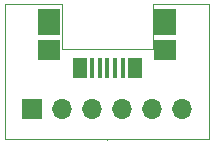
<source format=gbs>
G04 #@! TF.FileFunction,Soldermask,Bot*
%FSLAX46Y46*%
G04 Gerber Fmt 4.6, Leading zero omitted, Abs format (unit mm)*
G04 Created by KiCad (PCBNEW 4.0.6) date 12/30/17 12:21:30*
%MOMM*%
%LPD*%
G01*
G04 APERTURE LIST*
%ADD10C,0.150000*%
%ADD11C,0.020000*%
%ADD12R,1.700000X1.700000*%
%ADD13O,1.700000X1.700000*%
%ADD14R,1.950000X2.200000*%
%ADD15R,1.950000X1.800000*%
%ADD16R,1.200000X1.700000*%
%ADD17R,0.400000X1.700000*%
G04 APERTURE END LIST*
D10*
D11*
X211994140Y-150647480D02*
X211994140Y-150797340D01*
X215867640Y-139217480D02*
X220630140Y-139217480D01*
X215867640Y-143027480D02*
X215867640Y-139217480D01*
X208146040Y-143027480D02*
X215867640Y-143027480D01*
X208146040Y-139217480D02*
X208146040Y-143027480D01*
X220630140Y-150647480D02*
X203358140Y-150647480D01*
X220630140Y-139217480D02*
X220630140Y-150647480D01*
X203358140Y-139217480D02*
X208146040Y-139217480D01*
X203358140Y-150647480D02*
X203358140Y-139217480D01*
D12*
X205635860Y-148142960D03*
D13*
X208175860Y-148142960D03*
X210715860Y-148142960D03*
X213255860Y-148142960D03*
X215795860Y-148142960D03*
X218335860Y-148142960D03*
D14*
X207106180Y-140732680D03*
D15*
X207106180Y-143132680D03*
D16*
X214356180Y-144632680D03*
D15*
X216906180Y-143132680D03*
D14*
X216906180Y-140732680D03*
D16*
X209656180Y-144632680D03*
D17*
X210706180Y-144632680D03*
X211356180Y-144632680D03*
X212006180Y-144632680D03*
X212656180Y-144632680D03*
X213306180Y-144632680D03*
M02*

</source>
